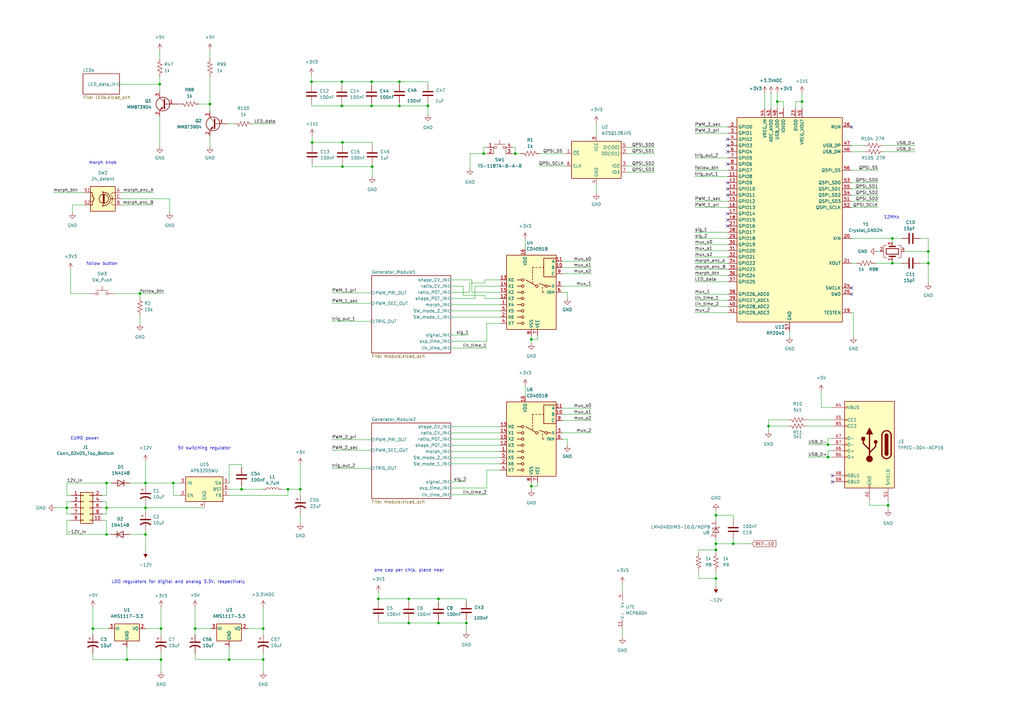
<source format=kicad_sch>
(kicad_sch (version 20231120) (generator "eeschema") (generator_version "8.0")
  (paper "A3")
  (title_block (title "DUSG (name WIP)") (date "2024-01-24") (rev "0.1") (company "CCTV") (comment 1 "Dual digital signal generator"))
  (junction (at 107.95 270.51))
  (junction (at 163.83 33.528))
  (junction (at 140.208 33.528))
  (junction (at 118.11 200.66))
  (junction (at 43.688 198.12))
  (junction (at 65.532 34.544))
  (junction (at 155.194 245.618))
  (junction (at 163.83 43.434))
  (junction (at 366.014 97.79))
  (junction (at 152.4 33.528))
  (junction (at 293.624 225.552))
  (junction (at 80.01 257.81))
  (junction (at 364.236 207.264))
  (junction (at 99.06 200.66))
  (junction (at 140.462 58.42))
  (junction (at 198.374 62.992))
  (junction (at 128.016 58.42))
  (junction (at 217.932 139.192))
  (junction (at 179.832 255.524))
  (junction (at 339.598 187.452))
  (junction (at 293.624 237.236))
  (junction (at 27.432 208.28))
  (junction (at 43.688 219.202))
  (junction (at 167.64 245.618))
  (junction (at 127.762 33.528))
  (junction (at 66.04 270.51))
  (junction (at 86.106 42.672))
  (junction (at 152.4 43.434))
  (junction (at 211.328 62.992))
  (junction (at 366.014 107.95))
  (junction (at 140.208 43.434))
  (junction (at 339.598 182.372))
  (junction (at 38.1 257.81))
  (junction (at 52.07 270.51))
  (junction (at 107.95 257.81))
  (junction (at 59.69 198.12))
  (junction (at 300.736 223.012))
  (junction (at 293.624 223.012))
  (junction (at 152.654 68.326))
  (junction (at 57.404 120.396))
  (junction (at 59.69 219.202))
  (junction (at 59.69 208.28))
  (junction (at 140.462 68.326))
  (junction (at 175.514 43.434))
  (junction (at 71.12 198.12))
  (junction (at 123.19 200.66))
  (junction (at 380.746 107.95))
  (junction (at 93.98 270.51))
  (junction (at 191.262 255.524))
  (junction (at 315.214 174.752))
  (junction (at 167.64 255.524))
  (junction (at 179.832 245.618))
  (junction (at 380.746 103.124))
  (junction (at 293.624 211.328))
  (junction (at 328.93 41.656))
  (junction (at 43.688 208.28))
  (junction (at 66.04 257.81))
  (junction (at 318.77 41.656))
  (junction (at 217.932 199.39))
  (no_connect (at 349.25 52.07))
  (no_connect (at 349.25 118.11))
  (no_connect (at 349.25 120.65))
  (no_connect (at 298.45 59.69))
  (no_connect (at 298.45 57.15))
  (no_connect (at 298.45 62.23))
  (no_connect (at 341.376 195.072))
  (no_connect (at 341.376 197.612))
  (no_connect (at 298.45 74.93))
  (no_connect (at 298.45 77.47))
  (no_connect (at 298.45 67.31))
  (no_connect (at 298.45 80.01))
  (no_connect (at 298.45 90.17))
  (no_connect (at 298.45 92.71))
  (no_connect (at 298.45 87.63))
  (wire (pts (xy 194.818 117.348) (xy 205.232 117.348)))
  (wire (pts (xy 193.548 114.808) (xy 193.548 119.888)))
  (wire (pts (xy 293.624 223.012) (xy 300.736 223.012)))
  (wire (pts (xy 184.912 117.348) (xy 189.992 117.348)))
  (wire (pts (xy 199.644 200.152) (xy 199.644 192.786)))
  (wire (pts (xy 93.98 198.12) (xy 93.98 190.5)))
  (wire (pts (xy 293.624 237.236) (xy 293.624 234.188)))
  (wire (pts (xy 316.23 38.1) (xy 316.23 44.45)))
  (wire (pts (xy 318.77 41.656) (xy 321.31 41.656)))
  (wire (pts (xy 286.512 237.236) (xy 286.512 234.188)))
  (wire (pts (xy 136.144 131.826) (xy 152.4 131.826)))
  (wire (pts (xy 341.376 179.832) (xy 339.598 179.832)))
  (wire (pts (xy 284.988 97.79) (xy 298.45 97.79)))
  (wire (pts (xy 366.014 97.79) (xy 366.014 99.314)))
  (wire (pts (xy 242.57 169.926) (xy 230.632 169.926)))
  (wire (pts (xy 167.64 254.508) (xy 167.64 255.524)))
  (wire (pts (xy 29.718 84.074) (xy 29.718 87.122)))
  (wire (pts (xy 341.376 187.452) (xy 339.598 187.452)))
  (wire (pts (xy 123.19 190.5) (xy 123.19 200.66)))
  (wire (pts (xy 46.99 120.396) (xy 57.404 120.396)))
  (wire (pts (xy 43.688 198.12) (xy 45.72 198.12)))
  (wire (pts (xy 59.69 198.12) (xy 59.69 199.39)))
  (wire (pts (xy 59.69 217.678) (xy 59.69 219.202)))
  (wire (pts (xy 315.214 174.752) (xy 315.214 176.784)))
  (wire (pts (xy 323.342 172.212) (xy 315.214 172.212)))
  (wire (pts (xy 43.688 208.28) (xy 43.688 210.82)))
  (wire (pts (xy 192.786 62.992) (xy 198.374 62.992)))
  (wire (pts (xy 41.91 208.28) (xy 43.688 208.28)))
  (wire (pts (xy 123.19 214.63) (xy 123.19 210.82)))
  (wire (pts (xy 300.736 213.36) (xy 300.736 211.328)))
  (wire (pts (xy 93.98 270.51) (xy 107.95 270.51)))
  (wire (pts (xy 286.512 226.568) (xy 286.512 225.552)))
  (wire (pts (xy 284.988 110.49) (xy 298.45 110.49)))
  (wire (pts (xy 140.462 59.69) (xy 140.462 58.42)))
  (wire (pts (xy 21.844 78.994) (xy 34.544 78.994)))
  (wire (pts (xy 284.988 52.07) (xy 298.45 52.07)))
  (wire (pts (xy 232.664 180.086) (xy 230.632 180.086)))
  (wire (pts (xy 152.4 42.418) (xy 152.4 43.434)))
  (wire (pts (xy 184.912 127.508) (xy 205.232 127.508)))
  (wire (pts (xy 123.19 203.2) (xy 123.19 200.66)))
  (wire (pts (xy 349.25 62.23) (xy 354.838 62.23)))
  (wire (pts (xy 255.27 257.81) (xy 255.27 261.366)))
  (wire (pts (xy 192.786 62.992) (xy 192.786 69.088)))
  (wire (pts (xy 349.25 97.79) (xy 366.014 97.79)))
  (wire (pts (xy 103.632 50.8) (xy 113.03 50.8)))
  (wire (pts (xy 286.512 225.552) (xy 293.624 225.552)))
  (wire (pts (xy 284.988 125.73) (xy 298.45 125.73)))
  (wire (pts (xy 184.912 190.246) (xy 205.232 190.246)))
  (wire (pts (xy 284.988 115.57) (xy 298.45 115.57)))
  (wire (pts (xy 211.328 60.452) (xy 211.328 62.992)))
  (wire (pts (xy 184.912 180.086) (xy 205.232 180.086)))
  (wire (pts (xy 364.236 207.264) (xy 364.236 209.042)))
  (wire (pts (xy 284.988 85.09) (xy 298.45 85.09)))
  (wire (pts (xy 350.012 128.27) (xy 349.25 128.27)))
  (wire (pts (xy 127.762 33.528) (xy 127.762 34.798)))
  (wire (pts (xy 230.632 117.348) (xy 242.57 117.348)))
  (wire (pts (xy 43.688 208.28) (xy 59.69 208.28)))
  (wire (pts (xy 57.404 120.396) (xy 67.31 120.396)))
  (wire (pts (xy 339.598 184.912) (xy 339.598 187.452)))
  (wire (pts (xy 184.912 114.808) (xy 193.548 114.808)))
  (wire (pts (xy 341.376 182.372) (xy 339.598 182.372)))
  (wire (pts (xy 360.172 77.47) (xy 349.25 77.47)))
  (wire (pts (xy 349.25 59.69) (xy 354.584 59.69)))
  (wire (pts (xy 80.01 257.81) (xy 86.36 257.81)))
  (wire (pts (xy 127.762 30.734) (xy 127.762 33.528)))
  (wire (pts (xy 220.98 68.072) (xy 231.902 68.072)))
  (wire (pts (xy 93.726 50.8) (xy 96.012 50.8)))
  (wire (pts (xy 57.404 121.92) (xy 57.404 120.396)))
  (wire (pts (xy 53.34 198.12) (xy 59.69 198.12)))
  (wire (pts (xy 80.01 267.97) (xy 80.01 270.51)))
  (wire (pts (xy 242.57 107.188) (xy 230.632 107.188)))
  (wire (pts (xy 81.534 42.672) (xy 86.106 42.672)))
  (wire (pts (xy 175.514 43.434) (xy 175.514 46.99)))
  (wire (pts (xy 293.624 240.538) (xy 293.624 237.236)))
  (wire (pts (xy 155.194 242.824) (xy 155.194 245.618)))
  (wire (pts (xy 244.602 79.248) (xy 244.602 75.692)))
  (wire (pts (xy 198.882 121.158) (xy 198.882 122.428)))
  (wire (pts (xy 140.208 43.434) (xy 152.4 43.434)))
  (wire (pts (xy 27.432 208.28) (xy 29.21 208.28)))
  (wire (pts (xy 380.746 107.95) (xy 380.746 116.078)))
  (wire (pts (xy 242.57 112.268) (xy 230.632 112.268)))
  (wire (pts (xy 220.472 139.192) (xy 217.932 139.192)))
  (wire (pts (xy 136.144 184.658) (xy 152.4 184.658)))
  (wire (pts (xy 364.236 205.232) (xy 364.236 207.264)))
  (wire (pts (xy 28.956 110.49) (xy 28.956 120.396)))
  (wire (pts (xy 232.664 119.888) (xy 230.632 119.888)))
  (wire (pts (xy 293.624 225.552) (xy 293.624 223.012)))
  (wire (pts (xy 242.57 172.466) (xy 230.632 172.466)))
  (wire (pts (xy 341.376 172.212) (xy 330.962 172.212)))
  (wire (pts (xy 318.77 41.656) (xy 318.77 44.45)))
  (wire (pts (xy 49.784 78.994) (xy 62.992 78.994)))
  (wire (pts (xy 43.688 213.36) (xy 43.688 219.202)))
  (wire (pts (xy 358.902 107.95) (xy 366.014 107.95)))
  (wire (pts (xy 136.144 180.34) (xy 152.4 180.34)))
  (wire (pts (xy 59.69 208.28) (xy 59.69 210.058)))
  (wire (pts (xy 152.4 43.434) (xy 163.83 43.434)))
  (wire (pts (xy 184.912 142.748) (xy 199.644 142.748)))
  (wire (pts (xy 341.376 167.132) (xy 336.804 167.132)))
  (wire (pts (xy 194.818 122.428) (xy 194.818 117.348)))
  (wire (pts (xy 59.69 189.23) (xy 59.69 198.12)))
  (wire (pts (xy 362.204 59.69) (xy 375.412 59.69)))
  (wire (pts (xy 315.214 172.212) (xy 315.214 174.752)))
  (wire (pts (xy 29.21 203.2) (xy 27.432 203.2)))
  (wire (pts (xy 59.69 198.12) (xy 71.12 198.12)))
  (wire (pts (xy 59.69 208.28) (xy 83.82 208.28)))
  (wire (pts (xy 184.912 137.414) (xy 192.278 137.414)))
  (wire (pts (xy 257.302 68.072) (xy 268.478 68.072)))
  (wire (pts (xy 217.932 197.866) (xy 217.932 199.39)))
  (wire (pts (xy 59.69 257.81) (xy 66.04 257.81)))
  (wire (pts (xy 193.548 119.888) (xy 205.232 119.888)))
  (wire (pts (xy 34.544 84.074) (xy 29.718 84.074)))
  (wire (pts (xy 232.664 122.428) (xy 232.664 119.888)))
  (wire (pts (xy 215.392 158.242) (xy 215.392 162.306)))
  (wire (pts (xy 215.392 98.044) (xy 215.392 102.108)))
  (wire (pts (xy 140.208 42.418) (xy 140.208 43.434)))
  (wire (pts (xy 211.328 62.992) (xy 210.058 62.992)))
  (wire (pts (xy 191.262 245.618) (xy 191.262 246.634)))
  (wire (pts (xy 199.644 192.786) (xy 205.232 192.786)))
  (wire (pts (xy 71.12 198.12) (xy 71.12 203.2)))
  (wire (pts (xy 86.106 31.496) (xy 86.106 42.672)))
  (wire (pts (xy 377.444 97.79) (xy 380.746 97.79)))
  (wire (pts (xy 43.688 205.74) (xy 43.688 208.28)))
  (wire (pts (xy 257.302 62.992) (xy 268.478 62.992)))
  (wire (pts (xy 29.21 213.36) (xy 27.432 213.36)))
  (wire (pts (xy 359.664 103.124) (xy 360.934 103.124)))
  (wire (pts (xy 220.472 137.668) (xy 220.472 139.192)))
  (wire (pts (xy 284.988 105.41) (xy 298.45 105.41)))
  (wire (pts (xy 136.144 120.142) (xy 152.4 120.142)))
  (wire (pts (xy 244.602 50.292) (xy 244.602 55.372)))
  (wire (pts (xy 189.992 117.348) (xy 189.992 121.158)))
  (wire (pts (xy 128.016 58.42) (xy 128.016 59.69)))
  (wire (pts (xy 175.514 43.434) (xy 163.83 43.434)))
  (wire (pts (xy 107.95 270.51) (xy 107.95 275.59)))
  (wire (pts (xy 107.95 257.81) (xy 107.95 260.35)))
  (wire (pts (xy 293.624 223.012) (xy 293.624 220.98)))
  (wire (pts (xy 71.12 198.12) (xy 73.66 198.12)))
  (wire (pts (xy 220.472 197.866) (xy 220.472 199.39)))
  (wire (pts (xy 284.988 95.25) (xy 298.45 95.25)))
  (wire (pts (xy 155.194 245.618) (xy 155.194 246.888)))
  (wire (pts (xy 80.01 248.92) (xy 80.01 257.81)))
  (wire (pts (xy 43.688 203.2) (xy 43.688 198.12)))
  (wire (pts (xy 179.832 245.618) (xy 191.262 245.618)))
  (wire (pts (xy 220.472 199.39) (xy 217.932 199.39)))
  (wire (pts (xy 366.014 106.934) (xy 366.014 107.95)))
  (wire (pts (xy 59.69 219.202) (xy 59.69 226.06)))
  (wire (pts (xy 217.932 199.39) (xy 217.932 200.914)))
  (wire (pts (xy 321.31 41.656) (xy 321.31 44.45)))
  (wire (pts (xy 27.432 203.2) (xy 27.432 198.12)))
  (wire (pts (xy 66.04 270.51) (xy 66.04 275.59)))
  (wire (pts (xy 140.462 68.326) (xy 152.654 68.326)))
  (wire (pts (xy 163.83 33.528) (xy 163.83 34.544)))
  (wire (pts (xy 339.598 187.452) (xy 331.47 187.452)))
  (wire (pts (xy 167.64 246.888) (xy 167.64 245.618)))
  (wire (pts (xy 293.624 213.36) (xy 293.624 211.328)))
  (wire (pts (xy 284.988 113.03) (xy 298.45 113.03)))
  (wire (pts (xy 107.95 257.81) (xy 107.95 248.92)))
  (wire (pts (xy 27.432 210.82) (xy 27.432 208.28)))
  (wire (pts (xy 167.64 245.618) (xy 179.832 245.618)))
  (wire (pts (xy 163.83 33.528) (xy 175.514 33.528)))
  (wire (pts (xy 101.6 257.81) (xy 107.95 257.81)))
  (wire (pts (xy 360.172 74.93) (xy 349.25 74.93)))
  (wire (pts (xy 65.532 34.544) (xy 65.532 37.592)))
  (wire (pts (xy 230.632 177.546) (xy 242.57 177.546)))
  (wire (pts (xy 27.432 210.82) (xy 29.21 210.82)))
  (wire (pts (xy 152.654 67.31) (xy 152.654 68.326)))
  (wire (pts (xy 80.01 270.51) (xy 93.98 270.51)))
  (wire (pts (xy 293.624 211.328) (xy 293.624 209.296)))
  (wire (pts (xy 179.832 254.508) (xy 179.832 255.524)))
  (wire (pts (xy 128.016 67.31) (xy 128.016 68.326)))
  (wire (pts (xy 38.1 267.97) (xy 38.1 270.51)))
  (wire (pts (xy 328.93 38.1) (xy 328.93 41.656)))
  (wire (pts (xy 184.912 177.546) (xy 205.232 177.546)))
  (wire (pts (xy 362.458 62.23) (xy 375.412 62.23)))
  (wire (pts (xy 128.016 58.42) (xy 140.462 58.42)))
  (wire (pts (xy 175.514 33.528) (xy 175.514 34.544)))
  (wire (pts (xy 198.374 62.992) (xy 199.898 62.992)))
  (wire (pts (xy 175.514 42.164) (xy 175.514 43.434)))
  (wire (pts (xy 184.912 119.888) (xy 192.532 119.888)))
  (wire (pts (xy 199.644 132.588) (xy 205.232 132.588)))
  (wire (pts (xy 300.736 223.012) (xy 300.736 220.98)))
  (wire (pts (xy 49.784 84.074) (xy 62.992 84.074)))
  (wire (pts (xy 184.912 139.954) (xy 199.644 139.954)))
  (wire (pts (xy 59.69 219.202) (xy 53.086 219.202)))
  (wire (pts (xy 69.596 87.122) (xy 69.596 81.534)))
  (wire (pts (xy 28.956 120.396) (xy 36.83 120.396)))
  (wire (pts (xy 192.532 116.078) (xy 198.882 116.078)))
  (wire (pts (xy 155.194 255.524) (xy 167.64 255.524)))
  (wire (pts (xy 65.532 47.752) (xy 65.532 60.198)))
  (wire (pts (xy 184.912 122.428) (xy 194.818 122.428)))
  (wire (pts (xy 198.374 60.452) (xy 198.374 62.992)))
  (wire (pts (xy 136.144 192.024) (xy 152.4 192.024)))
  (wire (pts (xy 360.172 69.85) (xy 349.25 69.85)))
  (wire (pts (xy 99.06 190.5) (xy 99.06 191.77)))
  (wire (pts (xy 198.374 60.452) (xy 199.898 60.452)))
  (wire (pts (xy 140.208 34.798) (xy 140.208 33.528)))
  (wire (pts (xy 284.988 100.33) (xy 298.45 100.33)))
  (wire (pts (xy 184.912 200.152) (xy 199.644 200.152)))
  (wire (pts (xy 66.04 267.97) (xy 66.04 270.51)))
  (wire (pts (xy 155.194 254.508) (xy 155.194 255.524)))
  (wire (pts (xy 300.736 211.328) (xy 293.624 211.328)))
  (wire (pts (xy 339.598 182.372) (xy 331.47 182.372)))
  (wire (pts (xy 341.376 184.912) (xy 339.598 184.912)))
  (wire (pts (xy 123.19 200.66) (xy 118.11 200.66)))
  (wire (pts (xy 255.27 239.268) (xy 255.27 242.57)))
  (wire (pts (xy 93.98 190.5) (xy 99.06 190.5)))
  (wire (pts (xy 184.912 197.612) (xy 191.262 197.612)))
  (wire (pts (xy 191.262 255.524) (xy 179.832 255.524)))
  (wire (pts (xy 308.356 223.012) (xy 300.736 223.012)))
  (wire (pts (xy 184.912 124.968) (xy 205.232 124.968)))
  (wire (pts (xy 93.98 203.2) (xy 118.11 203.2)))
  (wire (pts (xy 242.57 109.728) (xy 230.632 109.728)))
  (wire (pts (xy 118.11 203.2) (xy 118.11 200.66)))
  (wire (pts (xy 152.654 68.326) (xy 152.654 72.39)))
  (wire (pts (xy 38.1 257.81) (xy 38.1 260.35)))
  (wire (pts (xy 380.746 97.79) (xy 380.746 103.124)))
  (wire (pts (xy 136.144 124.46) (xy 152.4 124.46)))
  (wire (pts (xy 328.93 41.656) (xy 328.93 44.45)))
  (wire (pts (xy 41.91 203.2) (xy 43.688 203.2)))
  (wire (pts (xy 99.06 200.66) (xy 107.95 200.66)))
  (wire (pts (xy 198.882 122.428) (xy 205.232 122.428)))
  (wire (pts (xy 360.172 80.01) (xy 349.25 80.01)))
  (wire (pts (xy 211.328 62.992) (xy 213.614 62.992)))
  (wire (pts (xy 360.172 82.55) (xy 349.25 82.55)))
  (wire (pts (xy 199.644 139.954) (xy 199.644 132.588)))
  (wire (pts (xy 284.988 54.61) (xy 298.45 54.61)))
  (wire (pts (xy 43.688 210.82) (xy 41.91 210.82)))
  (wire (pts (xy 66.04 257.81) (xy 66.04 260.35)))
  (wire (pts (xy 27.432 208.28) (xy 27.432 205.74)))
  (wire (pts (xy 65.532 31.496) (xy 65.532 34.544)))
  (wire (pts (xy 71.12 203.2) (xy 73.66 203.2)))
  (wire (pts (xy 128.016 55.626) (xy 128.016 58.42)))
  (wire (pts (xy 217.932 139.192) (xy 217.932 140.716)))
  (wire (pts (xy 284.988 72.39) (xy 298.45 72.39)))
  (wire (pts (xy 43.688 219.202) (xy 45.466 219.202)))
  (wire (pts (xy 155.194 245.618) (xy 167.64 245.618)))
  (wire (pts (xy 336.804 167.132) (xy 336.804 160.528)))
  (wire (pts (xy 41.91 213.36) (xy 43.688 213.36)))
  (wire (pts (xy 257.302 70.612) (xy 268.478 70.612)))
  (wire (pts (xy 38.1 248.92) (xy 38.1 257.81)))
  (wire (pts (xy 350.012 138.176) (xy 350.012 128.27)))
  (wire (pts (xy 356.616 205.232) (xy 356.616 207.264)))
  (wire (pts (xy 66.04 257.81) (xy 66.04 248.92)))
  (wire (pts (xy 184.912 185.166) (xy 205.232 185.166)))
  (wire (pts (xy 86.106 42.672) (xy 86.106 45.72)))
  (wire (pts (xy 189.992 121.158) (xy 198.882 121.158)))
  (wire (pts (xy 210.058 60.452) (xy 211.328 60.452)))
  (wire (pts (xy 184.912 202.946) (xy 199.644 202.946)))
  (wire (pts (xy 284.988 64.77) (xy 298.45 64.77)))
  (wire (pts (xy 191.262 255.524) (xy 191.262 259.08)))
  (wire (pts (xy 221.234 62.992) (xy 231.902 62.992)))
  (wire (pts (xy 59.69 207.01) (xy 59.69 208.28)))
  (wire (pts (xy 198.882 114.808) (xy 205.232 114.808)))
  (wire (pts (xy 73.152 42.672) (xy 73.914 42.672)))
  (wire (pts (xy 284.988 128.27) (xy 298.45 128.27)))
  (wire (pts (xy 198.882 116.078) (xy 198.882 114.808)))
  (wire (pts (xy 184.912 187.706) (xy 205.232 187.706)))
  (wire (pts (xy 323.85 135.89) (xy 323.85 138.176)))
  (wire (pts (xy 284.988 102.87) (xy 298.45 102.87)))
  (wire (pts (xy 27.432 208.28) (xy 22.606 208.28)))
  (wire (pts (xy 339.598 179.832) (xy 339.598 182.372)))
  (wire (pts (xy 217.932 137.668) (xy 217.932 139.192)))
  (wire (pts (xy 57.404 132.842) (xy 57.404 129.54)))
  (wire (pts (xy 127.762 42.418) (xy 127.762 43.434)))
  (wire (pts (xy 127.762 43.434) (xy 140.208 43.434)))
  (wire (pts (xy 366.014 107.95) (xy 369.824 107.95)))
  (wire (pts (xy 184.912 175.006) (xy 205.232 175.006)))
  (wire (pts (xy 257.302 60.452) (xy 268.478 60.452)))
  (wire (pts (xy 69.596 81.534) (xy 49.784 81.534)))
  (wire (pts (xy 313.69 38.1) (xy 313.69 44.45)))
  (wire (pts (xy 86.106 55.88) (xy 86.106 60.198)))
  (wire (pts (xy 52.07 270.51) (xy 66.04 270.51)))
  (wire (pts (xy 128.016 68.326) (xy 140.462 68.326)))
  (wire (pts (xy 192.532 119.888) (xy 192.532 116.078)))
  (wire (pts (xy 371.094 103.124) (xy 380.746 103.124)))
  (wire (pts (xy 284.988 69.85) (xy 298.45 69.85)))
  (wire (pts (xy 184.912 182.626) (xy 205.232 182.626)))
  (wire (pts (xy 49.022 34.544) (xy 65.532 34.544)))
  (wire (pts (xy 65.532 20.574) (xy 65.532 23.876)))
  (wire (pts (xy 191.262 254.254) (xy 191.262 255.524)))
  (wire (pts (xy 380.746 103.124) (xy 380.746 107.95)))
  (wire (pts (xy 152.4 34.798) (xy 152.4 33.528)))
  (wire (pts (xy 43.688 205.74) (xy 41.91 205.74)))
  (wire (pts (xy 232.664 182.626) (xy 232.664 180.086)))
  (wire (pts (xy 99.06 199.39) (xy 99.06 200.66)))
  (wire (pts (xy 86.106 20.574) (xy 86.106 23.876)))
  (wire (pts (xy 323.342 174.752) (xy 315.214 174.752)))
  (wire (pts (xy 326.39 44.45) (xy 326.39 41.656)))
  (wire (pts (xy 52.07 265.43) (xy 52.07 270.51)))
  (wire (pts (xy 140.208 33.528) (xy 152.4 33.528)))
  (wire (pts (xy 284.988 82.55) (xy 298.45 82.55)))
  (wire (pts (xy 99.06 200.66) (xy 93.98 200.66)))
  (wire (pts (xy 27.432 205.74) (xy 29.21 205.74)))
  (wire (pts (xy 167.64 255.524) (xy 179.832 255.524)))
  (wire (pts (xy 27.432 219.202) (xy 43.688 219.202)))
  (wire (pts (xy 326.39 41.656) (xy 328.93 41.656)))
  (wire (pts (xy 152.654 59.69) (xy 152.654 58.42)))
  (wire (pts (xy 184.912 130.048) (xy 205.232 130.048)))
  (wire (pts (xy 93.98 265.43) (xy 93.98 270.51)))
  (wire (pts (xy 179.832 246.888) (xy 179.832 245.618)))
  (wire (pts (xy 293.624 237.236) (xy 286.512 237.236)))
  (wire (pts (xy 140.462 67.31) (xy 140.462 68.326)))
  (wire (pts (xy 27.432 213.36) (xy 27.432 219.202)))
  (wire (pts (xy 140.462 58.42) (xy 152.654 58.42)))
  (wire (pts (xy 284.988 107.95) (xy 298.45 107.95)))
  (wire (pts (xy 356.616 207.264) (xy 364.236 207.264)))
  (wire (pts (xy 284.988 123.19) (xy 298.45 123.19)))
  (wire (pts (xy 293.624 226.568) (xy 293.624 225.552)))
  (wire (pts (xy 38.1 257.81) (xy 44.45 257.81)))
  (wire (pts (xy 127.762 33.528) (xy 140.208 33.528)))
  (wire (pts (xy 341.376 174.752) (xy 330.962 174.752)))
  (wire (pts (xy 80.01 257.81) (xy 80.01 260.35)))
  (wire (pts (xy 118.11 200.66) (xy 115.57 200.66)))
  (wire (pts (xy 152.4 33.528) (xy 163.83 33.528)))
  (wire (pts (xy 349.25 107.95) (xy 351.282 107.95)))
  (wire (pts (xy 242.57 167.386) (xy 230.632 167.386)))
  (wire (pts (xy 27.432 198.12) (xy 43.688 198.12)))
  (wire (pts (xy 377.444 107.95) (xy 380.746 107.95)))
  (wire (pts (xy 318.77 38.1) (xy 318.77 41.656)))
  (wire (pts (xy 360.172 85.09) (xy 349.25 85.09)))
  (wire (pts (xy 163.83 42.164) (xy 163.83 43.434)))
  (wire (pts (xy 284.988 120.65) (xy 298.45 120.65)))
  (wire (pts (xy 107.95 267.97) (xy 107.95 270.51)))
  (wire (pts (xy 366.014 97.79) (xy 369.824 97.79)))
  (wire (pts (xy 38.1 270.51) (xy 52.07 270.51)))
  (text "one cap per chip, place near" (at 153.416 234.696 0) (effects (font (size 1.27 1.27)) (justify left bottom)))
  (text "5V switching regulator\n" (at 83.82 183.896 0) (effects (font (size 1.27 1.27))))
  (text "LDO regulators for digital and analog 3.3V, respectively\n" (at 73.152 238.76 0) (effects (font (size 1.27 1.27))))
  (text "EURO power" (at 40.64 180.594 0) (effects (font (size 1.27 1.27)) (justify right bottom)))
  (text "morph knob" (at 36.322 67.564 0) (effects (font (size 1.27 1.27)) (justify left bottom)))
  (text "12MHz" (at 362.458 89.916 0) (effects (font (size 1.27 1.27)) (justify left bottom)))
  (text "follow button" (at 48.26 108.966 0) (effects (font (size 1.27 1.27)) (justify right bottom)))
  (label "trig_out_2" (at 284.988 64.77 0))
  (label "morph_enc_A" (at 284.988 107.95 0))
  (label "PWM_1_pri" (at 284.988 85.09 0))
  (label "12V_in" (at 27.432 198.12 0))
  (label "lin_time_1" (at 199.644 142.748 180))
  (label "mux_s1" (at 242.57 109.728 180))
  (label "QPSI_SD3" (at 360.172 82.55 180))
  (label "mux_s0" (at 242.57 107.188 180))
  (label "PWM_1_sec" (at 284.988 82.55 0))
  (label "QPSI_SD2" (at 268.478 68.072 180))
  (label "morph_enc_B" (at 284.988 110.49 0))
  (label "USB_D+" (at 375.412 59.69 180))
  (label "trig_out_1" (at 136.144 131.826 0))
  (label "PWM_2_pri" (at 284.988 54.61 0))
  (label "PWM_2_sec" (at 284.988 52.07 0))
  (label "sig_2" (at 284.988 97.79 0))
  (label "PWM_2_sec" (at 136.144 184.658 0))
  (label "USB_D-" (at 331.47 182.372 0))
  (label "sig_1" (at 192.278 137.414 180))
  (label "QPSI_SD1" (at 360.172 77.47 180))
  (label "morph_btn" (at 21.844 78.994 0))
  (label "QPSI_SS" (at 360.172 69.85 180))
  (label "PWM_2_pri" (at 136.144 180.34 0))
  (label "morph_enc_B" (at 62.992 84.074 180))
  (label "mux_s1" (at 284.988 102.87 0))
  (label "PWM_1_sec" (at 136.144 124.46 0))
  (label "QPSI_SD2" (at 360.172 80.01 180))
  (label "QPSI_SD1" (at 268.478 62.992 180))
  (label "mux_s0" (at 242.57 167.386 180))
  (label "mux_2" (at 284.988 128.27 0))
  (label "mux_2" (at 242.57 177.546 180))
  (label "trig_out_2" (at 136.144 192.024 0))
  (label "QPSI_SCLK" (at 360.172 85.09 180))
  (label "mux_s1" (at 242.57 169.926 180))
  (label "USB_D+" (at 331.47 187.452 0))
  (label "PWM_1_pri" (at 136.144 120.142 0))
  (label "mux_s2" (at 242.57 172.466 180))
  (label "mux_1" (at 242.57 117.348 180))
  (label "LED_data" (at 284.988 115.57 0))
  (label "sig_2" (at 191.262 197.612 180))
  (label "mux_s2" (at 242.57 112.268 180))
  (label "morph_enc_A" (at 62.992 78.994 180))
  (label "follow_btn" (at 67.31 120.396 180))
  (label "sig_1" (at 284.988 95.25 0))
  (label "QPSI_SD3" (at 268.478 70.612 180))
  (label "QPSI_SD0" (at 268.478 60.452 180))
  (label "follow_btn" (at 284.988 69.85 0))
  (label "mux_s2" (at 284.988 105.41 0))
  (label "trig_out_1" (at 284.988 72.39 0))
  (label "lin_time_1" (at 284.988 123.19 0))
  (label "USB_D-" (at 375.412 62.23 180))
  (label "QPSI_SS" (at 222.758 62.992 0))
  (label "morph_btn" (at 284.988 113.03 0))
  (label "QPSI_SD0" (at 360.172 74.93 180))
  (label "-12V_in" (at 27.432 219.202 0))
  (label "LED_data" (at 113.03 50.8 180))
  (label "mux_1" (at 284.988 120.65 0))
  (label "lin_time_2" (at 199.644 202.946 180))
  (label "mux_s0" (at 284.988 100.33 0))
  (label "lin_time_2" (at 284.988 125.73 0))
  (label "QPSI_SCLK" (at 220.98 68.072 0))
  (global_label "REF-10" (shape input) (at 308.356 223.012 0) (property "Intersheetrefs" "${INTERSHEET_REFS}" (effects (hide yes))))
  (symbol (lib_id "Device:RotaryEncoder_Switch") (at 42.164 81.534 0) (mirror y) (unit 1)
    (property "Reference" "SW2" (at 42.164 70.866 0))
    (property "Value" "24_detent" (at 42.164 73.406 0))
    (property "Footprint" "EURORACK:RotaryEncoder_Switch_Vertical_H20mm_20mm_knob" (effects (hide yes)))
  )
  (symbol (lib_id "Regulator_Linear:AMS1117-3.3") (at 52.07 257.81 0) (unit 1)
    (property "Reference" "U1" (at 52.07 250.19 0))
    (property "Value" "AMS1117-3.3" (at 52.07 252.73 0))
    (property "Footprint" "Package_TO_SOT_SMD:SOT-223-3_TabPin2" (effects (hide yes)))
    (property "Datasheet" "http://www.advanced-monolithic.com/pdf/ds1117.pdf" (effects (hide yes)))
  )
  (symbol (lib_id "Device:D") (at 49.276 219.202 0) (unit 1)
    (property "Reference" "D2" (at 49.276 212.852 0))
    (property "Value" "1N4148" (at 49.276 215.392 0))
    (property "Footprint" "Diode_SMD:D_SOD-123" (effects (hide yes)))
  )
  (symbol (lib_id "power:GND") (at 69.596 87.122 0) (unit 1)
    (property "Reference" "#PWR018" (effects (hide yes)))
    (property "Value" "GND" (at 69.596 92.456 0))
  )
  (symbol (lib_id "Device:R_US") (at 65.532 27.686 0) (mirror y) (unit 1)
    (property "Reference" "R47" (at 67.31 26.4159 0) (effects (justify right)))
    (property "Value" "1k" (at 67.31 28.9559 0) (effects (justify right)))
    (property "Footprint" "Resistor_SMD:R_0603_1608Metric" (effects (hide yes)))
  )
  (symbol (lib_id "power:GND") (at 232.664 182.626 0) (unit 1)
    (property "Reference" "#PWR031" (effects (hide yes)))
    (property "Value" "GND" (at 232.664 187.198 0))
  )
  (symbol (lib_id "power:GND") (at 350.012 138.176 0) (unit 1)
    (property "Reference" "#PWR013" (effects (hide yes)))
    (property "Value" "GND" (at 350.012 143.002 0))
  )
  (symbol (lib_id "power:GND") (at 66.04 275.59 0) (mirror y) (unit 1)
    (property "Reference" "#PWR08" (effects (hide yes)))
    (property "Value" "GND" (at 66.04 280.67 0))
  )
  (symbol (lib_id "Device:C") (at 140.208 38.608 0) (unit 1)
    (property "Reference" "C14" (at 143.51 37.3379 0) (effects (justify left)))
    (property "Value" "100nF" (at 143.51 39.8779 0) (effects (justify left)))
    (property "Footprint" "Capacitor_SMD:C_0603_1608Metric" (effects (hide yes)))
  )
  (symbol (lib_id "MCU_RaspberryPi:RP2040") (at 323.85 90.17 0) (mirror y) (unit 1)
    (property "Reference" "U13" (at 321.8306 134.112 0) (effects (justify left)))
    (property "Value" "RP2040" (at 321.8306 136.652 0) (effects (justify left)))
    (property "Footprint" "Package_DFN_QFN:QFN-56-1EP_7x7mm_P0.4mm_EP3.2x3.2mm" (effects (hide yes)))
    (property "Datasheet" "https://datasheets.raspberrypi.com/rp2040/rp2040-datasheet.pdf" (effects (hide yes)))
  )
  (symbol (lib_id "Device:C") (at 152.654 63.5 0) (unit 1)
    (property "Reference" "C45" (at 155.956 62.2299 0) (effects (justify left)))
    (property "Value" "1uF" (at 155.956 64.7699 0) (effects (justify left)))
    (property "Footprint" "Capacitor_SMD:C_0603_1608Metric" (effects (hide yes)))
  )
  (symbol (lib_id "power:GND") (at 152.654 72.39 0) (unit 1)
    (property "Reference" "#PWR0160" (effects (hide yes)))
    (property "Value" "GND" (at 152.654 77.724 0))
  )
  (symbol (lib_id "power:GND") (at 315.214 176.784 0) (mirror y) (unit 1)
    (property "Reference" "#PWR034" (effects (hide yes)))
    (property "Value" "GND" (at 315.214 182.118 0))
  )
  (symbol (lib_id "Transistor_BJT:MMBT3904") (at 88.646 50.8 0) (mirror y) (unit 1)
    (property "Reference" "Q2" (at 82.804 49.5299 0) (effects (justify left)))
    (property "Value" "MMBT3904" (at 82.804 52.0699 0) (effects (justify left)))
    (property "Footprint" "Package_TO_SOT_SMD:SOT-23" (effects (hide yes)))
    (property "Datasheet" "https://www.onsemi.com/pub/Collateral/2N3903-D.PDF" (effects (hide yes)))
  )
  (symbol (lib_id "Switch:SW_MEC_5E") (at 204.978 62.992 0) (unit 1)
    (property "Reference" "SW1" (at 204.978 65.532 0))
    (property "Value" "TS-1187A-B-A-B" (at 204.978 68.072 0))
    (property "Footprint" "EURORACK:push_switch_5.1x5.1" (effects (hide yes)))
    (property "Datasheet" "http://www.apem.com/int/index.php?controller=attachment&id_attachment=1371" (effects (hide yes)))
  )
  (symbol (lib_id "power:GND") (at 323.85 138.176 0) (unit 1)
    (property "Reference" "#PWR011" (effects (hide yes)))
    (property "Value" "GND" (at 323.85 143.002 0))
  )
  (symbol (lib_id "power:+12V") (at 59.69 189.23 0) (unit 1)
    (property "Reference" "#PWR02" (effects (hide yes)))
    (property "Value" "+12V" (at 59.69 183.642 0))
  )
  (symbol (lib_id "Device:R_US") (at 57.404 125.73 0) (unit 1)
    (property "Reference" "R2" (at 59.182 124.4599 0) (effects (justify left)))
    (property "Value" "10k" (at 59.182 126.9999 0) (effects (justify left)))
    (property "Footprint" "Resistor_SMD:R_0603_1608Metric" (effects (hide yes)))
  )
  (symbol (lib_id "Connector_Generic:Conn_02x05_Odd_Even") (at 34.29 208.28 0) (unit 1)
    (property "Reference" "J1" (at 35.052 183.388 0))
    (property "Value" "Conn_02x05_Top_Bottom" (at 35.052 185.928 0))
    (property "Footprint" "Connector_PinHeader_2.54mm:PinHeader_2x05_P2.54mm_Vertical" (effects (hide yes)))
  )
  (symbol (lib_id "Device:C_Polarized_US") (at 80.01 264.16 0) (unit 1)
    (property "Reference" "C56" (at 83.058 262.2549 0) (effects (justify left)))
    (property "Value" "10uF" (at 83.058 264.7949 0) (effects (justify left)))
    (property "Footprint" "Capacitor_THT:CP_Radial_D5.0mm_P2.50mm" (effects (hide yes)))
  )
  (symbol (lib_name "GND_1") (lib_id "power:GND") (at 123.19 214.63 0) (unit 1)
    (property "Reference" "#PWR0162" (effects (hide yes)))
    (property "Value" "GND" (at 123.19 219.71 0))
    (property "Description" "Power symbol creates a global label with name \"GND\" , ground" (effects (hide yes)))
  )
  (symbol (lib_id "power:GND") (at 217.932 140.716 0) (unit 1)
    (property "Reference" "#PWR022" (effects (hide yes)))
    (property "Value" "GND" (at 217.932 146.05 0))
  )
  (symbol (lib_id "Device:C_Polarized_US") (at 66.04 264.16 0) (unit 1)
    (property "Reference" "C7" (at 69.088 262.2549 0) (effects (justify left)))
    (property "Value" "10uF" (at 69.088 264.7949 0) (effects (justify left)))
    (property "Footprint" "Capacitor_THT:CP_Radial_D5.0mm_P2.50mm" (effects (hide yes)))
  )
  (symbol (lib_id "power:GND") (at 232.664 122.428 0) (unit 1)
    (property "Reference" "#PWR027" (effects (hide yes)))
    (property "Value" "GND" (at 232.664 127 0))
  )
  (symbol (lib_id "Device:C") (at 99.06 195.58 0) (unit 1)
    (property "Reference" "C54" (at 102.87 194.3099 0) (effects (justify left)))
    (property "Value" "100nF" (at 102.87 196.8499 0) (effects (justify left)))
    (property "Description" "Unpolarized capacitor" (effects (hide yes)))
  )
  (symbol (lib_id "Device:R_US") (at 217.424 62.992 90) (mirror x) (unit 1)
    (property "Reference" "R1" (at 217.424 57.404 90))
    (property "Value" "1k" (at 217.424 59.944 90))
    (property "Footprint" "Resistor_SMD:R_0603_1608Metric" (effects (hide yes)))
  )
  (symbol (lib_id "power:GND") (at 293.624 209.296 0) (mirror x) (unit 1)
    (property "Reference" "#PWR033" (effects (hide yes)))
    (property "Value" "GND" (at 293.624 204.216 0))
  )
  (symbol (lib_id "Device:L") (at 111.76 200.66 90) (unit 1)
    (property "Reference" "L1" (at 111.76 195.58 90))
    (property "Value" "4.7uH" (at 111.76 198.12 90))
    (property "Description" "Inductor" (effects (hide yes)))
  )
  (symbol (lib_id "Device:C") (at 167.64 250.698 0) (unit 1)
    (property "Reference" "C6" (at 170.942 249.4279 0) (effects (justify left)))
    (property "Value" "100nF" (at 170.942 251.9679 0) (effects (justify left)))
    (property "Footprint" "Capacitor_SMD:C_0603_1608Metric" (effects (hide yes)))
  )
  (symbol (lib_id "Device:C_Polarized_US") (at 38.1 264.16 0) (unit 1)
    (property "Reference" "C3" (at 41.148 262.2549 0) (effects (justify left)))
    (property "Value" "10uF" (at 41.148 264.7949 0) (effects (justify left)))
    (property "Footprint" "Capacitor_THT:CP_Radial_D5.0mm_P2.50mm" (effects (hide yes)))
  )
  (symbol (lib_id "Device:C") (at 175.514 38.354 0) (unit 1)
    (property "Reference" "C47" (at 178.816 37.0839 0) (effects (justify left)))
    (property "Value" "1uF" (at 178.562 41.402 0) (effects (justify left)))
    (property "Footprint" "Capacitor_SMD:C_0603_1608Metric" (effects (hide yes)))
  )
  (symbol (lib_id "power:GND") (at 107.95 275.59 0) (mirror y) (unit 1)
    (property "Reference" "#PWR0176" (effects (hide yes)))
    (property "Value" "GND" (at 107.95 280.67 0))
  )
  (symbol (lib_id "Regulator_Switching:AP63205WU") (at 83.82 200.66 0) (unit 1)
    (property "Reference" "U15" (at 83.82 190.5 0))
    (property "Value" "AP63205WU" (at 83.82 193.04 0))
    (property "Footprint" "Package_TO_SOT_SMD:TSOT-23-6" (effects (hide yes)))
    (property "Datasheet" "https://www.diodes.com/assets/Datasheets/AP63200-AP63201-AP63203-AP63205.pdf" (effects (hide yes)))
    (property "Description" "2A, 1.1MHz Buck DC/DC Converter, fixed 5.0V output voltage, TSOT-23-6" (effects (hide yes)))
  )
  (symbol (lib_id "power:GND") (at 255.27 261.366 0) (unit 1)
    (property "Reference" "#PWR0125" (effects (hide yes)))
    (property "Value" "GND" (at 255.27 266.7 0))
  )
  (symbol (lib_id "Device:C") (at 373.634 97.79 90) (mirror x) (unit 1)
    (property "Reference" "C10" (at 375.412 91.186 90) (effects (justify left)))
    (property "Value" "15pF" (at 375.412 93.726 90) (effects (justify left)))
    (property "Footprint" "Capacitor_SMD:C_0603_1608Metric" (effects (hide yes)))
  )
  (symbol (lib_id "Device:D") (at 49.53 198.12 180) (unit 1)
    (property "Reference" "D1" (at 49.53 191.516 0))
    (property "Value" "1N4148" (at 49.53 194.056 0))
    (property "Footprint" "Diode_SMD:D_SOD-123" (effects (hide yes)))
  )
  (symbol (lib_id "power:+3V3") (at 215.392 98.044 0) (unit 1)
    (property "Reference" "#PWR021" (effects (hide yes)))
    (property "Value" "+3V3" (at 215.392 92.71 0))
  )
  (symbol (lib_id "Device:R_US") (at 327.152 174.752 270) (mirror x) (unit 1)
    (property "Reference" "R11" (at 327.152 177.292 90))
    (property "Value" "5k1" (at 327.152 179.07 90))
    (property "Footprint" "Resistor_SMD:R_0603_1608Metric" (effects (hide yes)))
  )
  (symbol (lib_id "Device:R_US") (at 327.152 172.212 270) (mirror x) (unit 1)
    (property "Reference" "R10" (at 327.152 165.608 90))
    (property "Value" "5k1" (at 327.152 168.148 90))
    (property "Footprint" "Resistor_SMD:R_0603_1608Metric" (effects (hide yes)))
  )
  (symbol (lib_id "Device:Crystal_GND24") (at 366.014 103.124 90) (unit 1)
    (property "Reference" "Y1" (at 355.092 91.948 90))
    (property "Value" "Crystal_GND24" (at 355.092 94.488 90))
    (property "Footprint" "EURORACK:ABM8-272-T3_ABR" (effects (hide yes)))
  )
  (symbol (lib_id "power:+3.3VADC") (at 107.95 248.92 0) (unit 1)
    (property "Reference" "#PWR0169" (effects (hide yes)))
    (property "Value" "+3.3VADC" (at 107.95 243.84 0))
    (property "Description" "Power symbol creates a global label with name \"+3.3VADC\"" (effects (hide yes)))
  )
  (symbol (lib_id "Switch:SW_Push") (at 41.91 120.396 0) (unit 1)
    (property "Reference" "SW3" (at 41.91 112.268 0))
    (property "Value" "SW_Push" (at 41.91 114.808 0))
    (property "Footprint" "EURORACK:SW_PUSH_6mm" (effects (hide yes)))
  )
  (symbol (lib_id "power:+3V3") (at 127.762 30.734 0) (unit 1)
    (property "Reference" "#PWR015" (effects (hide yes)))
    (property "Value" "+3V3" (at 127.762 25.4 0))
  )
  (symbol (lib_id "Transistor_BJT:MMBT3904") (at 68.072 42.672 0) (mirror y) (unit 1)
    (property "Reference" "Q1" (at 62.23 41.4019 0) (effects (justify left)))
    (property "Value" "MMBT3904" (at 62.23 43.9419 0) (effects (justify left)))
    (property "Footprint" "Package_TO_SOT_SMD:SOT-23" (effects (hide yes)))
    (property "Datasheet" "https://www.onsemi.com/pub/Collateral/2N3903-D.PDF" (effects (hide yes)))
  )
  (symbol (lib_id "power:+5V") (at 38.1 248.92 0) (unit 1)
    (property "Reference" "#PWR023" (effects (hide yes)))
    (property "Value" "+5V" (at 38.1 244.094 0))
  )
  (symbol (lib_id "Regulator_Linear:AMS1117-3.3") (at 93.98 257.81 0) (unit 1)
    (property "Reference" "U3" (at 93.98 250.19 0))
    (property "Value" "AMS1117-3.3" (at 93.98 252.73 0))
    (property "Footprint" "Package_TO_SOT_SMD:SOT-223-3_TabPin2" (effects (hide yes)))
    (property "Datasheet" "http://www.advanced-monolithic.com/pdf/ds1117.pdf" (effects (hide yes)))
  )
  (symbol (lib_id "power:GND") (at 364.236 209.042 0) (mirror y) (unit 1)
    (property "Reference" "#PWR036" (effects (hide yes)))
    (property "Value" "GND" (at 364.236 214.63 0))
  )
  (symbol (lib_id "power:+5V") (at 80.01 248.92 0) (unit 1)
    (property "Reference" "#PWR0164" (effects (hide yes)))
    (property "Value" "+5V" (at 80.01 244.094 0))
  )
  (symbol (lib_id "Device:R_US") (at 293.624 230.378 0) (mirror x) (unit 1)
    (property "Reference" "R9" (at 296.418 231.6481 0) (effects (justify left)))
    (property "Value" "1k" (at 296.418 229.1081 0) (effects (justify left)))
    (property "Footprint" "Resistor_SMD:R_0603_1608Metric" (effects (hide yes)))
  )
  (symbol (lib_id "Amplifier_Operational:MCP6004") (at 257.81 250.19 0) (unit 5)
    (property "Reference" "U7" (at 256.54 248.9199 0) (effects (justify left)))
    (property "Value" "MCP6004" (at 256.54 251.4599 0) (effects (justify left)))
    (property "Footprint" "Package_SO:SOIC-14_3.9x8.7mm_P1.27mm" (effects (hide yes)))
    (property "Datasheet" "http://ww1.microchip.com/downloads/en/DeviceDoc/21733j.pdf" (effects (hide yes)))
  )
  (symbol (lib_id "power:+5V") (at 86.106 20.574 0) (unit 1)
    (property "Reference" "#PWR052" (effects (hide yes)))
    (property "Value" "+5V" (at 86.106 15.24 0))
  )
  (symbol (lib_id "power:+3V3") (at 244.602 50.292 0) (unit 1)
    (property "Reference" "#PWR04" (effects (hide yes)))
    (property "Value" "+3V3" (at 244.602 44.958 0))
  )
  (symbol (lib_id "Memory_Flash:W25Q128JVS") (at 244.602 65.532 0) (unit 1)
    (property "Reference" "U2" (at 246.6214 52.07 0) (effects (justify left)))
    (property "Value" "W25Q128JVS" (at 246.6214 54.61 0) (effects (justify left)))
    (property "Footprint" "Package_SO:SOIC-8_5.23x5.23mm_P1.27mm" (effects (hide yes)))
    (property "Datasheet" "http://www.winbond.com/resource-files/w25q128jv_dtr%20revc%2003272018%20plus.pdf" (effects (hide yes)))
  )
  (symbol (lib_id "Device:C") (at 191.262 250.444 0) (unit 1)
    (property "Reference" "C43" (at 194.564 249.1739 0) (effects (justify left)))
    (property "Value" "100nF" (at 194.31 253.492 0) (effects (justify left)))
    (property "Footprint" "Capacitor_SMD:C_0603_1608Metric" (effects (hide yes)))
  )
  (symbol (lib_id "power:+3V3") (at 155.194 242.824 0) (unit 1)
    (property "Reference" "#PWR0203" (effects (hide yes)))
    (property "Value" "+3V3" (at 155.194 237.49 0))
  )
  (symbol (lib_id "Device:C") (at 155.194 250.698 0) (unit 1)
    (property "Reference" "C5" (at 158.496 249.4279 0) (effects (justify left)))
    (property "Value" "100nF" (at 158.496 251.9679 0) (effects (justify left)))
    (property "Footprint" "Capacitor_SMD:C_0603_1608Metric" (effects (hide yes)))
  )
  (symbol (lib_id "power:+5V") (at 336.804 160.528 0) (mirror y) (unit 1)
    (property "Reference" "#PWR035" (effects (hide yes)))
    (property "Value" "+5V" (at 336.804 154.94 0))
  )
  (symbol (lib_id "Device:C") (at 179.832 250.698 0) (unit 1)
    (property "Reference" "C8" (at 183.134 249.4279 0) (effects (justify left)))
    (property "Value" "100nF" (at 183.134 251.9679 0) (effects (justify left)))
    (property "Footprint" "Capacitor_SMD:C_0603_1608Metric" (effects (hide yes)))
  )
  (symbol (lib_id "Device:C") (at 152.4 38.608 0) (unit 1)
    (property "Reference" "C44" (at 155.702 37.3379 0) (effects (justify left)))
    (property "Value" "100nF" (at 155.702 39.8779 0) (effects (justify left)))
    (property "Footprint" "Capacitor_SMD:C_0603_1608Metric" (effects (hide yes)))
  )
  (symbol (lib_id "power:+1V1") (at 128.016 55.626 0) (unit 1)
    (property "Reference" "#PWR016" (effects (hide yes)))
    (property "Value" "+1V1" (at 128.016 50.8 0))
  )
  (symbol (lib_id "Device:R_US") (at 355.092 107.95 270) (mirror x) (unit 1)
    (property "Reference" "R98" (at 356.362 110.49 90) (effects (justify left)))
    (property "Value" "1k" (at 352.044 110.49 90) (effects (justify left)))
    (property "Footprint" "Resistor_SMD:R_0603_1608Metric" (effects (hide yes)))
  )
  (symbol (lib_id "Device:R_US") (at 99.822 50.8 90) (mirror x) (unit 1)
    (property "Reference" "R100" (at 99.822 44.45 90))
    (property "Value" "1k" (at 99.822 46.99 90))
    (property "Footprint" "Resistor_SMD:R_0603_1608Metric" (effects (hide yes)))
  )
  (symbol (lib_id "Reference_Voltage:LM4040DBZ-10") (at 293.624 217.17 270) (mirror x) (unit 1)
    (property "Reference" "U8" (at 288.29 218.44 90) (effects (justify left)))
    (property "Value" "LM4040DIM3-10.0/NOPB" (at 266.954 216.154 90) (effects (justify left)))
    (property "Footprint" "Package_TO_SOT_SMD:SOT-23" (effects (hide yes)))
    (property "Datasheet" "http://www.ti.com/lit/ds/symlink/lm4040-n.pdf" (effects (hide yes)))
  )
  (symbol (lib_id "power:+3V3") (at 318.77 38.1 0) (unit 1)
    (property "Reference" "#PWR0177" (effects (hide yes)))
    (property "Value" "+3V3" (at 322.326 36.322 0))
  )
  (symbol (lib_id "power:GND") (at 217.932 200.914 0) (unit 1)
    (property "Reference" "#PWR029" (effects (hide yes)))
    (property "Value" "GND" (at 217.932 206.248 0))
  )
  (symbol (lib_id "Analog_Switch:CD4051B") (at 217.932 180.086 0) (mirror y) (unit 1)
    (property "Reference" "U6" (at 215.9126 159.766 0) (effects (justify right)))
    (property "Value" "CD4051B" (at 215.9126 162.306 0) (effects (justify right)))
    (property "Footprint" "Package_SO:SOIC-16_3.9x9.9mm_P1.27mm" (effects (hide yes)))
    (property "Datasheet" "http://www.ti.com/lit/ds/symlink/cd4052b.pdf" (effects (hide yes)))
  )
  (symbol (lib_id "Device:C_Polarized_US") (at 123.19 207.01 0) (unit 1)
    (property "Reference" "C55" (at 127 205.1049 0) (effects (justify left)))
    (property "Value" "22uF" (at 127 207.6449 0) (effects (justify left)))
    (property "Footprint" "Capacitor_THT:CP_Radial_D5.0mm_P2.50mm" (effects (hide yes)))
  )
  (symbol (lib_id "Device:C") (at 140.462 63.5 0) (unit 1)
    (property "Reference" "C15" (at 143.764 62.2299 0) (effects (justify left)))
    (property "Value" "100nF" (at 143.764 64.7699 0) (effects (justify left)))
    (property "Footprint" "Capacitor_SMD:C_0603_1608Metric" (effects (hide yes)))
  )
  (symbol (lib_id "power:-12V") (at 293.624 240.538 0) (mirror x) (unit 1)
    (property "Reference" "#PWR032" (effects (hide yes)))
    (property "Value" "-12V" (at 293.624 246.126 0))
  )
  (symbol (lib_id "Device:C_Polarized_US") (at 59.69 203.2 0) (unit 1)
    (property "Reference" "C1" (at 62.738 201.2949 0) (effects (justify left)))
    (property "Value" "10uF" (at 62.738 203.8349 0) (effects (justify left)))
    (property "Footprint" "Capacitor_THT:CP_Radial_D5.0mm_P2.50mm" (effects (hide yes)))
  )
  (symbol (lib_id "power:+5V") (at 65.532 20.574 0) (unit 1)
    (property "Reference" "#PWR06" (effects (hide yes)))
    (property "Value" "+5V" (at 65.532 15.24 0))
  )
  (symbol (lib_id "Device:R_US") (at 358.394 59.69 90) (unit 1)
    (property "Reference" "R104" (at 355.6 56.896 90))
    (property "Value" "27R" (at 360.934 56.896 90))
    (property "Footprint" "Resistor_SMD:R_0603_1608Metric" (effects (hide yes)))
  )
  (symbol (lib_id "power:GND") (at 65.532 60.198 0) (mirror y) (unit 1)
    (property "Reference" "#PWR020" (effects (hide yes)))
    (property "Value" "GND" (at 65.532 64.77 0))
  )
  (symbol (lib_id "Device:R_US") (at 77.724 42.672 90) (mirror x) (unit 1)
    (property "Reference" "R88" (at 77.724 36.83 90))
    (property "Value" "1k" (at 77.724 39.37 90))
    (property "Footprint" "Resistor_SMD:R_0603_1608Metric" (effects (hide yes)))
  )
  (symbol (lib_id "power:+3V3") (at 66.04 248.92 0) (unit 1)
    (property "Reference" "#PWR0158" (effects (hide yes)))
    (property "Value" "+3V3" (at 66.04 244.348 0))
  )
  (symbol (lib_id "Device:C_Polarized_US") (at 107.95 264.16 0) (unit 1)
    (property "Reference" "C57" (at 110.998 262.2549 0) (effects (justify left)))
    (property "Value" "10uF" (at 110.998 264.7949 0) (effects (justify left)))
    (property "Footprint" "Capacitor_THT:CP_Radial_D5.0mm_P2.50mm" (effects (hide yes)))
  )
  (symbol (lib_id "power:+1V1") (at 328.93 38.1 0) (unit 1)
    (property "Reference" "#PWR012" (effects (hide yes)))
    (property "Value" "+1V1" (at 328.93 33.274 0))
  )
  (symbol (lib_id "power:GND") (at 192.786 69.088 0) (unit 1)
    (property "Reference" "#PWR07" (effects (hide yes)))
    (property "Value" "GND" (at 192.786 74.676 0))
  )
  (symbol (lib_id "Device:R_US") (at 286.512 230.378 0) (mirror x) (unit 1)
    (property "Reference" "R8" (at 289.306 231.6481 0) (effects (justify left)))
    (property "Value" "1k" (at 289.306 229.1081 0) (effects (justify left)))
    (property "Footprint" "Resistor_SMD:R_0603_1608Metric" (effects (hide yes)))
  )
  (symbol (lib_id "power:+3V3") (at 28.956 110.49 0) (unit 1)
    (property "Reference" "#PWR019" (effects (hide yes)))
    (property "Value" "+3V3" (at 28.956 105.156 0))
  )
  (symbol (lib_id "Connector:USB_C_Receptacle_USB2.0") (at 356.616 182.372 0) (mirror y) (unit 1)
    (property "Reference" "J3" (at 368.3 181.1019 0) (effects (justify right)))
    (property "Value" "TYPEC-304-ACP16" (at 368.3 183.6419 0) (effects (justify right)))
    (property "Footprint" "Connector_USB:USB_C_Receptacle_HRO_TYPE-C-31-M-12" (effects (hide yes)))
    (property "Datasheet" "https://www.usb.org/sites/default/files/documents/usb_type-c.zip" (effects (hide yes)))
  )
  (symbol (lib_id "Device:C") (at 127.762 38.608 0) (unit 1)
    (property "Reference" "C12" (at 131.064 37.3379 0) (effects (justify left)))
    (property "Value" "100nF" (at 131.064 39.8779 0) (effects (justify left)))
    (property "Footprint" "Capacitor_SMD:C_0603_1608Metric" (effects (hide yes)))
  )
  (symbol (lib_id "Device:R_US") (at 358.648 62.23 90) (unit 1)
    (property "Reference" "R105" (at 355.854 64.77 90))
    (property "Value" "27R" (at 361.188 64.77 90))
    (property "Footprint" "Resistor_SMD:R_0603_1608Metric" (effects (hide yes)))
  )
  (symbol (lib_id "power:+3.3VADC") (at 316.23 38.1 0) (unit 1)
    (property "Reference" "#PWR0178" (effects (hide yes)))
    (property "Value" "+3.3VADC" (at 316.23 33.02 0))
    (property "Description" "Power symbol creates a global label with name \"+3.3VADC\"" (effects (hide yes)))
  )
  (symbol (lib_id "Device:C") (at 128.016 63.5 0) (unit 1)
    (property "Reference" "C13" (at 131.318 62.2299 0) (effects (justify left)))
    (property "Value" "100nF" (at 131.318 64.7699 0) (effects (justify left)))
    (property "Footprint" "Capacitor_SMD:C_0603_1608Metric" (effects (hide yes)))
  )
  (symbol (lib_id "Device:C") (at 163.83 38.354 0) (unit 1)
    (property "Reference" "C46" (at 167.132 37.0839 0) (effects (justify left)))
    (property "Value" "100nF" (at 166.878 41.402 0) (effects (justify left)))
    (property "Footprint" "Capacitor_SMD:C_0603_1608Metric" (effects (hide yes)))
  )
  (symbol (lib_id "power:GND") (at 22.606 208.28 270) (unit 1)
    (property "Reference" "#PWR01" (effects (hide yes)))
    (property "Value" "GND" (at 18.796 208.2801 90) (effects (justify right)))
  )
  (symbol (lib_id "power:GND") (at 191.262 259.08 0) (unit 1)
    (property "Reference" "#PWR0204" (effects (hide yes)))
    (property "Value" "GND" (at 191.262 264.414 0))
  )
  (symbol (lib_id "Analog_Switch:CD4051B") (at 217.932 119.888 0) (mirror y) (unit 1)
    (property "Reference" "U4" (at 215.9126 99.568 0) (effects (justify right)))
    (property "Value" "CD4051B" (at 215.9126 102.108 0) (effects (justify right)))
    (property "Footprint" "Package_SO:SOIC-16_3.9x9.9mm_P1.27mm" (effects (hide yes)))
    (property "Datasheet" "http://www.ti.com/lit/ds/symlink/cd4052b.pdf" (effects (hide yes)))
  )
  (symbol (lib_id "power:GND") (at 57.404 132.842 0) (unit 1)
    (property "Reference" "#PWR0157" (effects (hide yes)))
    (property "Value" "GND" (at 57.404 138.176 0))
  )
  (symbol (lib_id "power:GND") (at 244.602 79.248 0) (mirror y) (unit 1)
    (property "Reference" "#PWR09" (effects (hide yes)))
    (property "Value" "GND" (at 244.602 83.82 0))
  )
  (symbol (lib_id "Device:R_US") (at 86.106 27.686 0) (mirror y) (unit 1)
    (property "Reference" "R99" (at 88.9 26.4159 0) (effects (justify right)))
    (property "Value" "1k" (at 88.9 28.9559 0) (effects (justify right)))
    (property "Footprint" "Resistor_SMD:R_0603_1608Metric" (effects (hide yes)))
  )
  (symbol (lib_id "power:GND") (at 359.664 103.124 270) (unit 1)
    (property "Reference" "#PWR014" (effects (hide yes)))
    (property "Value" "GND" (at 355.854 103.1239 90) (effects (justify right)))
  )
  (symbol (lib_id "power:GND") (at 86.106 60.198 0) (mirror y) (unit 1)
    (property "Reference" "#PWR054" (effects (hide yes)))
    (property "Value" "GND" (at 86.106 64.77 0))
  )
  (symbol (lib_id "Device:C_Polarized_US") (at 59.69 213.868 0) (unit 1)
    (property "Reference" "C2" (at 62.738 211.9629 0) (effects (justify left)))
    (property "Value" "10uF" (at 62.738 214.5029 0) (effects (justify left)))
    (property "Footprint" "Capacitor_THT:CP_Radial_D5.0mm_P2.50mm" (effects (hide yes)))
  )
  (symbol (lib_id "Device:C") (at 300.736 217.17 0) (mirror x) (unit 1)
    (property "Reference" "C19" (at 304.546 218.4401 0) (effects (justify left)))
    (property "Value" "100nF" (at 304.546 215.9001 0) (effects (justify left)))
    (property "Footprint" "Capacitor_SMD:C_0603_1608Metric" (effects (hide yes)))
  )
  (symbol (lib_id "power:-12V") (at 59.69 226.06 180) (unit 1)
    (property "Reference" "#PWR03" (effects (hide yes)))
    (property "Value" "-12V" (at 59.69 231.648 0))
  )
  (symbol (lib_id "power:GND") (at 175.514 46.99 0) (unit 1)
    (property "Reference" "#PWR0161" (effects (hide yes)))
    (property "Value" "GND" (at 175.514 52.324 0))
  )
  (symbol (lib_id "power:GND") (at 380.746 116.078 0) (mirror y) (unit 1)
    (property "Reference" "#PWR05" (effects (hide yes)))
    (property "Value" "GND" (at 380.746 121.158 0))
  )
  (symbol (lib_id "power:+3V3") (at 215.392 158.242 0) (unit 1)
    (property "Reference" "#PWR028" (effects (hide yes)))
    (property "Value" "+3V3" (at 215.392 152.908 0))
  )
  (symbol (lib_id "power:+3V3") (at 313.69 38.1 0) (unit 1)
    (property "Reference" "#PWR010" (effects (hide yes)))
    (property "Value" "+3V3" (at 309.88 36.322 0))
  )
  (symbol (lib_id "Device:C") (at 373.634 107.95 90) (mirror x) (unit 1)
    (property "Reference" "C11" (at 375.412 112.5219 90) (effects (justify left)))
    (property "Value" "15pF" (at 375.412 115.0619 90) (effects (justify left)))
    (property "Footprint" "Capacitor_SMD:C_0603_1608Metric" (effects (hide yes)))
  )
  (symbol (lib_name "+5V_1") (lib_id "power:+5V") (at 123.19 190.5 0) (unit 1)
    (property "Reference" "#PWR0163" (effects (hide yes)))
    (property "Value" "+5V" (at 123.19 185.42 0))
    (property "Description" "Power symbol creates a global label with name \"+5V\"" (effects (hide yes)))
  )
  (symbol (lib_id "power:+3V3") (at 255.27 239.268 0) (unit 1)
    (property "Reference" "#PWR0126" (effects (hide yes)))
    (property "Value" "+3V3" (at 255.27 233.934 0))
  )
  (symbol (lib_id "power:GND") (at 29.718 87.122 0) (unit 1)
    (property "Reference" "#PWR017" (effects (hide yes)))
    (property "Value" "GND" (at 29.718 92.456 0))
  )
  (sheet (at 152.4 113.03) (size 32.512 31.75) (stroke (width 0.1524))
    (property "Sheetname" "Generator_Module1" (at 152.4 112.3184 0) (effects (justify left bottom)))
    (property "Sheetfile" "module.kicad_sch" (at 152.4 145.3646 0) (effects (justify left top)))
    (pin "SW_mode_1_IN" input (at 184.912 130.048 0))
    (pin "PWM_SEC_OUT" input (at 152.4 124.46 180))
    (pin "PWM_PRI_OUT" input (at 152.4 120.142 180))
    (pin "SW_mode_2_IN" input (at 184.912 127.508 0))
    (pin "shape_CV_IN" input (at 184.912 114.808 0))
    (pin "ratio_CV_IN" input (at 184.912 117.348 0))
    (pin "ratio_POT_IN" input (at 184.912 119.888 0))
    (pin "shape_POT_IN" input (at 184.912 122.428 0))
    (pin "morph_IN" input (at 184.912 124.968 0))
    (pin "TRIG_OUT" input (at 152.4 131.826 180))
    (pin "lin_time_IN" input (at 184.912 142.748 0))
    (pin "signal_IN" input (at 184.912 137.414 0))
    (pin "exp_time_IN" input (at 184.912 139.954 0))
  )
  (sheet (at 34.036 30.226) (size 14.986 8.382) (stroke (width 0.1524))
    (property "Sheetname" "LEDs" (at 34.036 29.5144 0) (effects (justify left bottom)))
    (property "Sheetfile" "LEDs.kicad_sch" (at 34.036 39.1926 0) (effects (justify left top)))
    (pin "LED_data_in" input (at 49.022 34.544 0))
  )
  (sheet (at 152.4 173.482) (size 32.512 30.988) (stroke (width 0.1524))
    (property "Sheetname" "Generator_Module2" (at 152.4 172.7704 0) (effects (justify left bottom)))
    (property "Sheetfile" "module.kicad_sch" (at 152.4 205.0546 0) (effects (justify left top)))
    (pin "SW_mode_1_IN" input (at 184.912 190.246 0))
    (pin "PWM_SEC_OUT" input (at 152.4 184.658 180))
    (pin "PWM_PRI_OUT" input (at 152.4 180.34 180))
    (pin "SW_mode_2_IN" input (at 184.912 187.706 0))
    (pin "shape_CV_IN" input (at 184.912 175.006 0))
    (pin "ratio_CV_IN" input (at 184.912 177.546 0))
    (pin "ratio_POT_IN" input (at 184.912 180.086 0))
    (pin "shape_POT_IN" input (at 184.912 182.626 0))
    (pin "morph_IN" input (at 184.912 185.166 0))
    (pin "TRIG_OUT" input (at 152.4 192.024 180))
    (pin "lin_time_IN" input (at 184.912 202.946 0))
    (pin "signal_IN" input (at 184.912 197.612 0))
    (pin "exp_time_IN" input (at 184.912 200.152 0))
  )
)
</source>
